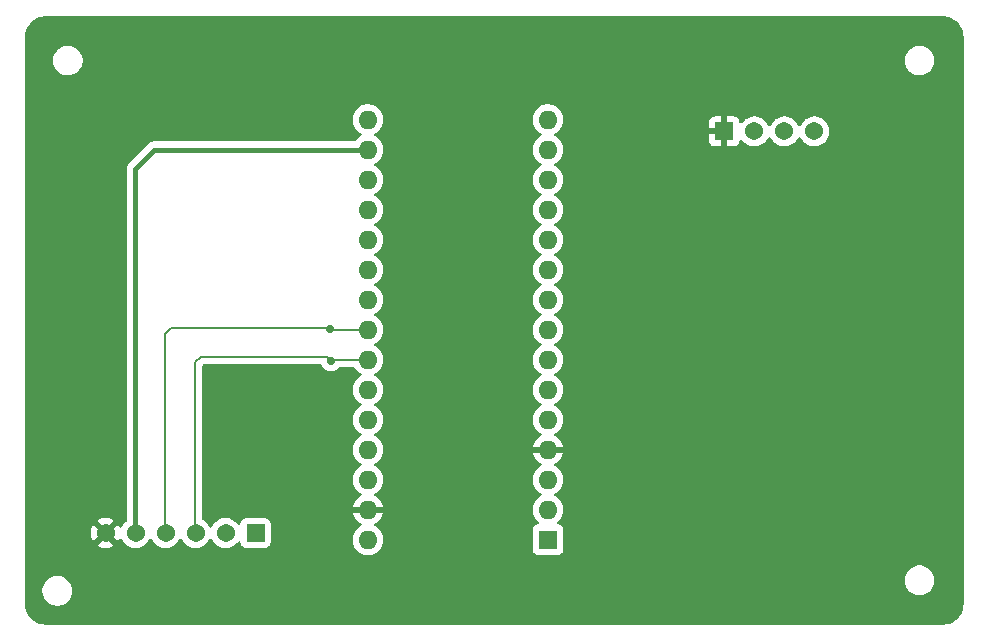
<source format=gtl>
G04 #@! TF.GenerationSoftware,KiCad,Pcbnew,9.0.2*
G04 #@! TF.CreationDate,2025-07-10T23:05:19-07:00*
G04 #@! TF.ProjectId,Digi-Clock,44696769-2d43-46c6-9f63-6b2e6b696361,rev?*
G04 #@! TF.SameCoordinates,Original*
G04 #@! TF.FileFunction,Copper,L1,Top*
G04 #@! TF.FilePolarity,Positive*
%FSLAX46Y46*%
G04 Gerber Fmt 4.6, Leading zero omitted, Abs format (unit mm)*
G04 Created by KiCad (PCBNEW 9.0.2) date 2025-07-10 23:05:19*
%MOMM*%
%LPD*%
G01*
G04 APERTURE LIST*
G04 #@! TA.AperFunction,ComponentPad*
%ADD10R,1.600000X1.600000*%
G04 #@! TD*
G04 #@! TA.AperFunction,ComponentPad*
%ADD11O,1.600000X1.600000*%
G04 #@! TD*
G04 #@! TA.AperFunction,ComponentPad*
%ADD12R,1.540000X1.540000*%
G04 #@! TD*
G04 #@! TA.AperFunction,ComponentPad*
%ADD13C,1.540000*%
G04 #@! TD*
G04 #@! TA.AperFunction,ViaPad*
%ADD14C,0.700000*%
G04 #@! TD*
G04 #@! TA.AperFunction,Conductor*
%ADD15C,0.400000*%
G04 #@! TD*
G04 #@! TA.AperFunction,Conductor*
%ADD16C,0.200000*%
G04 #@! TD*
G04 APERTURE END LIST*
D10*
X169545000Y-97560000D03*
D11*
X169545000Y-95020000D03*
X169545000Y-92480000D03*
X169545000Y-89940000D03*
X169545000Y-87400000D03*
X169545000Y-84860000D03*
X169545000Y-82320000D03*
X169545000Y-79780000D03*
X169545000Y-77240000D03*
X169545000Y-74700000D03*
X169545000Y-72160000D03*
X169545000Y-69620000D03*
X169545000Y-67080000D03*
X169545000Y-64540000D03*
X169545000Y-62000000D03*
X154305000Y-62000000D03*
X154305000Y-64540000D03*
X154305000Y-67080000D03*
X154305000Y-69620000D03*
X154305000Y-72160000D03*
X154305000Y-74700000D03*
X154305000Y-77240000D03*
X154305000Y-79780000D03*
X154305000Y-82320000D03*
X154305000Y-84860000D03*
X154305000Y-87400000D03*
X154305000Y-89940000D03*
X154305000Y-92480000D03*
X154305000Y-95020000D03*
X154305000Y-97560000D03*
D12*
X144790000Y-97000000D03*
D13*
X142250000Y-97000000D03*
X139710000Y-97000000D03*
X137170000Y-97000000D03*
X134630000Y-97000000D03*
X132090000Y-97000000D03*
D12*
X184490000Y-63000000D03*
D13*
X187030000Y-63000000D03*
X189570000Y-63000000D03*
X192110000Y-63000000D03*
D14*
X151180800Y-82448400D03*
X151079200Y-79756000D03*
D15*
X134620000Y-66141600D02*
X134620000Y-96670000D01*
X134620000Y-96670000D02*
X134290000Y-97000000D01*
X136221600Y-64540000D02*
X134620000Y-66141600D01*
X154305000Y-64540000D02*
X136221600Y-64540000D01*
D16*
X154305000Y-82320000D02*
X151309200Y-82320000D01*
X139700000Y-82550000D02*
X139700000Y-96670000D01*
X151180800Y-82448400D02*
X150825200Y-82092800D01*
X151309200Y-82320000D02*
X151180800Y-82448400D01*
X140157200Y-82092800D02*
X139700000Y-82550000D01*
X139700000Y-96670000D02*
X139370000Y-97000000D01*
X150825200Y-82092800D02*
X140157200Y-82092800D01*
X150926800Y-79603600D02*
X137668000Y-79603600D01*
X154305000Y-79780000D02*
X151103200Y-79780000D01*
X137668000Y-79603600D02*
X137160000Y-80111600D01*
X137160000Y-80111600D02*
X137160000Y-96670000D01*
X151103200Y-79780000D02*
X151079200Y-79756000D01*
X151079200Y-79756000D02*
X150926800Y-79603600D01*
X137160000Y-96670000D02*
X136830000Y-97000000D01*
G04 #@! TA.AperFunction,Conductor*
G36*
X203004418Y-53250816D02*
G01*
X203240140Y-53267674D01*
X203257641Y-53270191D01*
X203484229Y-53319482D01*
X203501188Y-53324461D01*
X203638672Y-53375740D01*
X203718462Y-53405501D01*
X203734555Y-53412851D01*
X203938068Y-53523977D01*
X203952951Y-53533542D01*
X204138579Y-53672501D01*
X204151950Y-53684087D01*
X204315912Y-53848049D01*
X204327498Y-53861420D01*
X204466457Y-54047048D01*
X204476022Y-54061931D01*
X204587148Y-54265444D01*
X204594498Y-54281537D01*
X204675535Y-54498803D01*
X204680519Y-54515779D01*
X204729807Y-54742352D01*
X204732325Y-54759864D01*
X204749184Y-54995581D01*
X204749500Y-55004427D01*
X204749500Y-102995572D01*
X204749184Y-103004418D01*
X204732325Y-103240135D01*
X204729807Y-103257647D01*
X204680519Y-103484220D01*
X204675535Y-103501196D01*
X204594498Y-103718462D01*
X204587148Y-103734555D01*
X204476022Y-103938068D01*
X204466457Y-103952951D01*
X204327498Y-104138579D01*
X204315912Y-104151950D01*
X204151950Y-104315912D01*
X204138579Y-104327498D01*
X203952951Y-104466457D01*
X203938068Y-104476022D01*
X203734555Y-104587148D01*
X203718462Y-104594498D01*
X203501196Y-104675535D01*
X203484220Y-104680519D01*
X203257647Y-104729807D01*
X203240135Y-104732325D01*
X203004418Y-104749184D01*
X202995572Y-104749500D01*
X127004428Y-104749500D01*
X126995582Y-104749184D01*
X126759864Y-104732325D01*
X126742352Y-104729807D01*
X126515779Y-104680519D01*
X126498803Y-104675535D01*
X126281537Y-104594498D01*
X126265444Y-104587148D01*
X126061931Y-104476022D01*
X126047048Y-104466457D01*
X125861420Y-104327498D01*
X125848049Y-104315912D01*
X125684087Y-104151950D01*
X125672501Y-104138579D01*
X125533542Y-103952951D01*
X125523977Y-103938068D01*
X125412851Y-103734555D01*
X125405501Y-103718462D01*
X125375740Y-103638672D01*
X125324461Y-103501188D01*
X125319482Y-103484229D01*
X125270191Y-103257641D01*
X125267674Y-103240135D01*
X125261263Y-103150500D01*
X125250816Y-103004418D01*
X125250500Y-102995572D01*
X125250500Y-101801577D01*
X126749500Y-101801577D01*
X126749500Y-101998422D01*
X126780290Y-102192826D01*
X126841117Y-102380029D01*
X126891735Y-102479371D01*
X126930476Y-102555405D01*
X127046172Y-102714646D01*
X127185354Y-102853828D01*
X127344595Y-102969524D01*
X127404408Y-103000000D01*
X127519970Y-103058882D01*
X127519972Y-103058882D01*
X127519975Y-103058884D01*
X127620317Y-103091487D01*
X127707173Y-103119709D01*
X127901578Y-103150500D01*
X127901583Y-103150500D01*
X128098422Y-103150500D01*
X128292826Y-103119709D01*
X128480025Y-103058884D01*
X128655405Y-102969524D01*
X128814646Y-102853828D01*
X128953828Y-102714646D01*
X129069524Y-102555405D01*
X129158884Y-102380025D01*
X129219709Y-102192826D01*
X129239238Y-102069524D01*
X129250500Y-101998422D01*
X129250500Y-101801577D01*
X129219709Y-101607173D01*
X129178397Y-101480029D01*
X129158884Y-101419975D01*
X129158882Y-101419972D01*
X129158882Y-101419970D01*
X129069523Y-101244594D01*
X129065459Y-101239000D01*
X128953828Y-101085354D01*
X128814646Y-100946172D01*
X128753267Y-100901577D01*
X199749500Y-100901577D01*
X199749500Y-101098422D01*
X199780290Y-101292826D01*
X199841117Y-101480029D01*
X199905901Y-101607174D01*
X199930476Y-101655405D01*
X200046172Y-101814646D01*
X200185354Y-101953828D01*
X200344595Y-102069524D01*
X200427455Y-102111743D01*
X200519970Y-102158882D01*
X200519972Y-102158882D01*
X200519975Y-102158884D01*
X200620317Y-102191487D01*
X200707173Y-102219709D01*
X200901578Y-102250500D01*
X200901583Y-102250500D01*
X201098422Y-102250500D01*
X201292826Y-102219709D01*
X201480025Y-102158884D01*
X201655405Y-102069524D01*
X201814646Y-101953828D01*
X201953828Y-101814646D01*
X202069524Y-101655405D01*
X202158884Y-101480025D01*
X202219709Y-101292826D01*
X202231629Y-101217568D01*
X202250500Y-101098422D01*
X202250500Y-100901577D01*
X202219709Y-100707173D01*
X202158882Y-100519970D01*
X202069523Y-100344594D01*
X202024607Y-100282773D01*
X201953828Y-100185354D01*
X201814646Y-100046172D01*
X201655405Y-99930476D01*
X201480029Y-99841117D01*
X201292826Y-99780290D01*
X201098422Y-99749500D01*
X201098417Y-99749500D01*
X200901583Y-99749500D01*
X200901578Y-99749500D01*
X200707173Y-99780290D01*
X200519970Y-99841117D01*
X200344594Y-99930476D01*
X200253741Y-99996485D01*
X200185354Y-100046172D01*
X200185352Y-100046174D01*
X200185351Y-100046174D01*
X200046174Y-100185351D01*
X200046174Y-100185352D01*
X200046172Y-100185354D01*
X199996485Y-100253741D01*
X199930476Y-100344594D01*
X199841117Y-100519970D01*
X199780290Y-100707173D01*
X199749500Y-100901577D01*
X128753267Y-100901577D01*
X128655405Y-100830476D01*
X128480029Y-100741117D01*
X128292826Y-100680290D01*
X128098422Y-100649500D01*
X128098417Y-100649500D01*
X127901583Y-100649500D01*
X127901578Y-100649500D01*
X127707173Y-100680290D01*
X127519970Y-100741117D01*
X127344594Y-100830476D01*
X127253741Y-100896485D01*
X127185354Y-100946172D01*
X127185352Y-100946174D01*
X127185351Y-100946174D01*
X127046174Y-101085351D01*
X127046174Y-101085352D01*
X127046172Y-101085354D01*
X126996485Y-101153741D01*
X126930476Y-101244594D01*
X126841117Y-101419970D01*
X126780290Y-101607173D01*
X126749500Y-101801577D01*
X125250500Y-101801577D01*
X125250500Y-96900049D01*
X130820000Y-96900049D01*
X130820000Y-97099950D01*
X130851272Y-97297393D01*
X130913043Y-97487508D01*
X131003798Y-97665623D01*
X131003799Y-97665625D01*
X131032001Y-97704443D01*
X131032002Y-97704443D01*
X131690000Y-97046445D01*
X131690000Y-97052661D01*
X131717259Y-97154394D01*
X131769920Y-97245606D01*
X131844394Y-97320080D01*
X131935606Y-97372741D01*
X132037339Y-97400000D01*
X132043553Y-97400000D01*
X131385555Y-98057995D01*
X131385555Y-98057996D01*
X131424378Y-98086202D01*
X131602491Y-98176956D01*
X131792606Y-98238727D01*
X131990050Y-98270000D01*
X132189950Y-98270000D01*
X132387393Y-98238727D01*
X132577508Y-98176956D01*
X132755617Y-98086204D01*
X132755630Y-98086196D01*
X132794443Y-98057997D01*
X132794444Y-98057996D01*
X132136447Y-97400000D01*
X132142661Y-97400000D01*
X132244394Y-97372741D01*
X132335606Y-97320080D01*
X132410080Y-97245606D01*
X132462741Y-97154394D01*
X132490000Y-97052661D01*
X132490000Y-97046448D01*
X133147996Y-97704444D01*
X133147997Y-97704443D01*
X133176196Y-97665630D01*
X133176204Y-97665617D01*
X133249234Y-97522290D01*
X133297209Y-97471494D01*
X133365030Y-97454699D01*
X133431165Y-97477236D01*
X133470204Y-97522290D01*
X133543371Y-97665887D01*
X133660917Y-97827675D01*
X133802325Y-97969083D01*
X133964113Y-98086629D01*
X134141388Y-98176956D01*
X134142299Y-98177420D01*
X134237393Y-98208317D01*
X134332490Y-98239216D01*
X134530009Y-98270500D01*
X134530010Y-98270500D01*
X134729990Y-98270500D01*
X134729991Y-98270500D01*
X134927510Y-98239216D01*
X135117703Y-98177419D01*
X135295887Y-98086629D01*
X135457675Y-97969083D01*
X135599083Y-97827675D01*
X135716629Y-97665887D01*
X135789515Y-97522840D01*
X135837490Y-97472045D01*
X135905311Y-97455250D01*
X135971446Y-97477788D01*
X136010484Y-97522840D01*
X136083371Y-97665887D01*
X136200917Y-97827675D01*
X136342325Y-97969083D01*
X136504113Y-98086629D01*
X136681388Y-98176956D01*
X136682299Y-98177420D01*
X136777393Y-98208317D01*
X136872490Y-98239216D01*
X137070009Y-98270500D01*
X137070010Y-98270500D01*
X137269990Y-98270500D01*
X137269991Y-98270500D01*
X137467510Y-98239216D01*
X137657703Y-98177419D01*
X137835887Y-98086629D01*
X137997675Y-97969083D01*
X138139083Y-97827675D01*
X138256629Y-97665887D01*
X138329515Y-97522840D01*
X138377490Y-97472045D01*
X138445311Y-97455250D01*
X138511446Y-97477788D01*
X138550484Y-97522840D01*
X138623371Y-97665887D01*
X138740917Y-97827675D01*
X138882325Y-97969083D01*
X139044113Y-98086629D01*
X139221388Y-98176956D01*
X139222299Y-98177420D01*
X139317393Y-98208317D01*
X139412490Y-98239216D01*
X139610009Y-98270500D01*
X139610010Y-98270500D01*
X139809990Y-98270500D01*
X139809991Y-98270500D01*
X140007510Y-98239216D01*
X140197703Y-98177419D01*
X140375887Y-98086629D01*
X140537675Y-97969083D01*
X140679083Y-97827675D01*
X140796629Y-97665887D01*
X140869515Y-97522840D01*
X140917490Y-97472045D01*
X140985311Y-97455250D01*
X141051446Y-97477788D01*
X141090484Y-97522840D01*
X141163371Y-97665887D01*
X141280917Y-97827675D01*
X141422325Y-97969083D01*
X141584113Y-98086629D01*
X141761388Y-98176956D01*
X141762299Y-98177420D01*
X141857393Y-98208317D01*
X141952490Y-98239216D01*
X142150009Y-98270500D01*
X142150010Y-98270500D01*
X142349990Y-98270500D01*
X142349991Y-98270500D01*
X142547510Y-98239216D01*
X142737703Y-98177419D01*
X142915887Y-98086629D01*
X143077675Y-97969083D01*
X143219083Y-97827675D01*
X143295183Y-97722931D01*
X143350511Y-97680267D01*
X143420125Y-97674288D01*
X143481920Y-97706893D01*
X143516277Y-97767732D01*
X143519500Y-97795813D01*
X143519500Y-97817867D01*
X143519501Y-97817876D01*
X143525908Y-97877483D01*
X143576202Y-98012328D01*
X143576206Y-98012335D01*
X143662452Y-98127544D01*
X143662455Y-98127547D01*
X143777664Y-98213793D01*
X143777671Y-98213797D01*
X143912517Y-98264091D01*
X143912516Y-98264091D01*
X143919444Y-98264835D01*
X143972127Y-98270500D01*
X145607872Y-98270499D01*
X145667483Y-98264091D01*
X145802331Y-98213796D01*
X145917546Y-98127546D01*
X146003796Y-98012331D01*
X146054091Y-97877483D01*
X146060500Y-97817873D01*
X146060499Y-97000000D01*
X146060499Y-96182129D01*
X146060498Y-96182123D01*
X146060497Y-96182116D01*
X146054091Y-96122517D01*
X146022691Y-96038330D01*
X146003797Y-95987671D01*
X146003793Y-95987664D01*
X145917547Y-95872455D01*
X145917544Y-95872452D01*
X145802335Y-95786206D01*
X145802328Y-95786202D01*
X145667482Y-95735908D01*
X145667483Y-95735908D01*
X145607883Y-95729501D01*
X145607881Y-95729500D01*
X145607873Y-95729500D01*
X145607864Y-95729500D01*
X143972129Y-95729500D01*
X143972123Y-95729501D01*
X143912516Y-95735908D01*
X143777671Y-95786202D01*
X143777664Y-95786206D01*
X143662455Y-95872452D01*
X143662452Y-95872455D01*
X143576206Y-95987664D01*
X143576202Y-95987671D01*
X143525908Y-96122517D01*
X143521527Y-96163273D01*
X143519501Y-96182123D01*
X143519500Y-96182135D01*
X143519500Y-96204180D01*
X143499815Y-96271219D01*
X143447011Y-96316974D01*
X143377853Y-96326918D01*
X143314297Y-96297893D01*
X143295182Y-96277066D01*
X143282419Y-96259500D01*
X143219083Y-96172325D01*
X143077675Y-96030917D01*
X142915887Y-95913371D01*
X142840500Y-95874959D01*
X142737700Y-95822579D01*
X142547511Y-95760784D01*
X142448750Y-95745142D01*
X142349991Y-95729500D01*
X142150009Y-95729500D01*
X142084169Y-95739928D01*
X141952488Y-95760784D01*
X141762299Y-95822579D01*
X141584112Y-95913371D01*
X141508389Y-95968388D01*
X141422325Y-96030917D01*
X141422323Y-96030919D01*
X141422322Y-96030919D01*
X141280919Y-96172322D01*
X141280919Y-96172323D01*
X141280917Y-96172325D01*
X141273795Y-96182128D01*
X141163367Y-96334117D01*
X141090484Y-96477158D01*
X141042510Y-96527954D01*
X140974689Y-96544749D01*
X140908554Y-96522211D01*
X140869516Y-96477158D01*
X140796632Y-96334117D01*
X140783616Y-96316202D01*
X140679083Y-96172325D01*
X140537675Y-96030917D01*
X140399575Y-95930581D01*
X140375883Y-95913368D01*
X140368198Y-95909452D01*
X140317405Y-95861475D01*
X140300500Y-95798971D01*
X140300500Y-82850097D01*
X140309144Y-82820656D01*
X140315668Y-82790670D01*
X140319422Y-82785654D01*
X140320185Y-82783058D01*
X140336819Y-82762416D01*
X140369616Y-82729619D01*
X140430939Y-82696134D01*
X140457297Y-82693300D01*
X150278812Y-82693300D01*
X150345851Y-82712985D01*
X150391606Y-82765789D01*
X150393373Y-82769847D01*
X150427095Y-82851260D01*
X150520173Y-82990562D01*
X150638637Y-83109026D01*
X150725721Y-83167213D01*
X150777937Y-83202103D01*
X150932718Y-83266216D01*
X151097028Y-83298899D01*
X151097032Y-83298900D01*
X151097033Y-83298900D01*
X151264568Y-83298900D01*
X151264569Y-83298899D01*
X151428882Y-83266216D01*
X151583663Y-83202103D01*
X151722962Y-83109026D01*
X151841426Y-82990562D01*
X151843001Y-82988205D01*
X151851419Y-82975608D01*
X151905032Y-82930803D01*
X151954520Y-82920500D01*
X153075398Y-82920500D01*
X153142437Y-82940185D01*
X153185883Y-82988205D01*
X153192715Y-83001614D01*
X153313028Y-83167213D01*
X153457786Y-83311971D01*
X153612749Y-83424556D01*
X153623390Y-83432287D01*
X153714840Y-83478883D01*
X153716080Y-83479515D01*
X153766876Y-83527490D01*
X153783671Y-83595311D01*
X153761134Y-83661446D01*
X153716080Y-83700485D01*
X153623386Y-83747715D01*
X153457786Y-83868028D01*
X153313028Y-84012786D01*
X153192715Y-84178386D01*
X153099781Y-84360776D01*
X153036522Y-84555465D01*
X153004500Y-84757648D01*
X153004500Y-84962351D01*
X153036522Y-85164534D01*
X153099781Y-85359223D01*
X153192715Y-85541613D01*
X153313028Y-85707213D01*
X153457786Y-85851971D01*
X153612749Y-85964556D01*
X153623390Y-85972287D01*
X153714840Y-86018883D01*
X153716080Y-86019515D01*
X153766876Y-86067490D01*
X153783671Y-86135311D01*
X153761134Y-86201446D01*
X153716080Y-86240485D01*
X153623386Y-86287715D01*
X153457786Y-86408028D01*
X153313028Y-86552786D01*
X153192715Y-86718386D01*
X153099781Y-86900776D01*
X153036522Y-87095465D01*
X153004500Y-87297648D01*
X153004500Y-87502351D01*
X153036522Y-87704534D01*
X153099781Y-87899223D01*
X153192715Y-88081613D01*
X153313028Y-88247213D01*
X153457786Y-88391971D01*
X153612749Y-88504556D01*
X153623390Y-88512287D01*
X153714840Y-88558883D01*
X153716080Y-88559515D01*
X153766876Y-88607490D01*
X153783671Y-88675311D01*
X153761134Y-88741446D01*
X153716080Y-88780485D01*
X153623386Y-88827715D01*
X153457786Y-88948028D01*
X153313028Y-89092786D01*
X153192715Y-89258386D01*
X153099781Y-89440776D01*
X153036522Y-89635465D01*
X153004500Y-89837648D01*
X153004500Y-90042351D01*
X153036522Y-90244534D01*
X153099781Y-90439223D01*
X153192715Y-90621613D01*
X153313028Y-90787213D01*
X153457786Y-90931971D01*
X153612749Y-91044556D01*
X153623390Y-91052287D01*
X153714840Y-91098883D01*
X153716080Y-91099515D01*
X153766876Y-91147490D01*
X153783671Y-91215311D01*
X153761134Y-91281446D01*
X153716080Y-91320485D01*
X153623386Y-91367715D01*
X153457786Y-91488028D01*
X153313028Y-91632786D01*
X153192715Y-91798386D01*
X153099781Y-91980776D01*
X153036522Y-92175465D01*
X153004500Y-92377648D01*
X153004500Y-92582351D01*
X153036522Y-92784534D01*
X153099781Y-92979223D01*
X153192715Y-93161613D01*
X153313028Y-93327213D01*
X153457786Y-93471971D01*
X153612749Y-93584556D01*
X153623390Y-93592287D01*
X153695424Y-93628990D01*
X153716629Y-93639795D01*
X153767425Y-93687770D01*
X153784220Y-93755591D01*
X153761682Y-93821726D01*
X153716629Y-93860765D01*
X153623650Y-93908140D01*
X153458105Y-94028417D01*
X153458104Y-94028417D01*
X153313417Y-94173104D01*
X153313417Y-94173105D01*
X153193140Y-94338650D01*
X153100244Y-94520970D01*
X153037009Y-94715586D01*
X153028391Y-94770000D01*
X153871988Y-94770000D01*
X153839075Y-94827007D01*
X153805000Y-94954174D01*
X153805000Y-95085826D01*
X153839075Y-95212993D01*
X153871988Y-95270000D01*
X153028391Y-95270000D01*
X153037009Y-95324413D01*
X153100244Y-95519029D01*
X153193140Y-95701349D01*
X153313417Y-95866894D01*
X153313417Y-95866895D01*
X153458104Y-96011582D01*
X153623652Y-96131861D01*
X153716628Y-96179234D01*
X153767425Y-96227208D01*
X153784220Y-96295029D01*
X153761683Y-96361164D01*
X153716630Y-96400203D01*
X153623388Y-96447713D01*
X153457786Y-96568028D01*
X153313028Y-96712786D01*
X153192715Y-96878386D01*
X153099781Y-97060776D01*
X153036522Y-97255465D01*
X153005272Y-97452776D01*
X153004500Y-97457648D01*
X153004500Y-97662352D01*
X153005019Y-97665630D01*
X153036522Y-97864534D01*
X153099781Y-98059223D01*
X153163691Y-98184653D01*
X153191493Y-98239216D01*
X153192715Y-98241613D01*
X153313028Y-98407213D01*
X153457786Y-98551971D01*
X153612749Y-98664556D01*
X153623390Y-98672287D01*
X153712212Y-98717544D01*
X153805776Y-98765218D01*
X153805778Y-98765218D01*
X153805781Y-98765220D01*
X153910137Y-98799127D01*
X154000465Y-98828477D01*
X154101557Y-98844488D01*
X154202648Y-98860500D01*
X154202649Y-98860500D01*
X154407351Y-98860500D01*
X154407352Y-98860500D01*
X154609534Y-98828477D01*
X154804219Y-98765220D01*
X154986610Y-98672287D01*
X155082901Y-98602328D01*
X155152213Y-98551971D01*
X155152215Y-98551968D01*
X155152219Y-98551966D01*
X155296966Y-98407219D01*
X155296968Y-98407215D01*
X155296971Y-98407213D01*
X155396298Y-98270499D01*
X155417287Y-98241610D01*
X155510220Y-98059219D01*
X155573477Y-97864534D01*
X155605500Y-97662352D01*
X155605500Y-97457648D01*
X155573477Y-97255466D01*
X155570273Y-97245606D01*
X155525010Y-97106301D01*
X155510220Y-97060781D01*
X155510218Y-97060778D01*
X155510218Y-97060776D01*
X155452418Y-96947339D01*
X155417287Y-96878390D01*
X155393468Y-96845606D01*
X155296971Y-96712786D01*
X155152213Y-96568028D01*
X154986611Y-96447713D01*
X154893369Y-96400203D01*
X154842574Y-96352229D01*
X154825779Y-96284407D01*
X154848317Y-96218273D01*
X154893371Y-96179234D01*
X154986347Y-96131861D01*
X155151894Y-96011582D01*
X155151895Y-96011582D01*
X155296582Y-95866895D01*
X155296582Y-95866894D01*
X155416859Y-95701349D01*
X155509755Y-95519029D01*
X155572990Y-95324413D01*
X155581609Y-95270000D01*
X154738012Y-95270000D01*
X154770925Y-95212993D01*
X154805000Y-95085826D01*
X154805000Y-94954174D01*
X154770925Y-94827007D01*
X154738012Y-94770000D01*
X155581609Y-94770000D01*
X155572990Y-94715586D01*
X155509755Y-94520970D01*
X155416859Y-94338650D01*
X155296582Y-94173105D01*
X155296582Y-94173104D01*
X155151895Y-94028417D01*
X154986349Y-93908140D01*
X154893370Y-93860765D01*
X154842574Y-93812790D01*
X154825779Y-93744969D01*
X154848316Y-93678835D01*
X154893370Y-93639795D01*
X154893920Y-93639515D01*
X154986610Y-93592287D01*
X155007770Y-93576913D01*
X155152213Y-93471971D01*
X155152215Y-93471968D01*
X155152219Y-93471966D01*
X155296966Y-93327219D01*
X155296968Y-93327215D01*
X155296971Y-93327213D01*
X155349732Y-93254590D01*
X155417287Y-93161610D01*
X155510220Y-92979219D01*
X155573477Y-92784534D01*
X155605500Y-92582352D01*
X155605500Y-92377648D01*
X155573477Y-92175466D01*
X155510220Y-91980781D01*
X155510218Y-91980778D01*
X155510218Y-91980776D01*
X155476503Y-91914607D01*
X155417287Y-91798390D01*
X155409556Y-91787749D01*
X155296971Y-91632786D01*
X155152213Y-91488028D01*
X154986614Y-91367715D01*
X154980006Y-91364348D01*
X154893917Y-91320483D01*
X154843123Y-91272511D01*
X154826328Y-91204690D01*
X154848865Y-91138555D01*
X154893917Y-91099516D01*
X154986610Y-91052287D01*
X155007770Y-91036913D01*
X155152213Y-90931971D01*
X155152215Y-90931968D01*
X155152219Y-90931966D01*
X155296966Y-90787219D01*
X155296968Y-90787215D01*
X155296971Y-90787213D01*
X155349732Y-90714590D01*
X155417287Y-90621610D01*
X155510220Y-90439219D01*
X155573477Y-90244534D01*
X155605500Y-90042352D01*
X155605500Y-89837648D01*
X155591144Y-89747007D01*
X155573477Y-89635465D01*
X155510218Y-89440776D01*
X155417419Y-89258650D01*
X155417287Y-89258390D01*
X155409556Y-89247749D01*
X155296971Y-89092786D01*
X155152213Y-88948028D01*
X154986614Y-88827715D01*
X154980006Y-88824348D01*
X154893917Y-88780483D01*
X154843123Y-88732511D01*
X154826328Y-88664690D01*
X154848865Y-88598555D01*
X154893917Y-88559516D01*
X154986610Y-88512287D01*
X155007770Y-88496913D01*
X155152213Y-88391971D01*
X155152215Y-88391968D01*
X155152219Y-88391966D01*
X155296966Y-88247219D01*
X155296968Y-88247215D01*
X155296971Y-88247213D01*
X155349732Y-88174590D01*
X155417287Y-88081610D01*
X155510220Y-87899219D01*
X155573477Y-87704534D01*
X155605500Y-87502352D01*
X155605500Y-87297648D01*
X155573477Y-87095466D01*
X155510220Y-86900781D01*
X155510218Y-86900778D01*
X155510218Y-86900776D01*
X155476503Y-86834607D01*
X155417287Y-86718390D01*
X155409556Y-86707749D01*
X155296971Y-86552786D01*
X155152213Y-86408028D01*
X154986614Y-86287715D01*
X154980006Y-86284348D01*
X154893917Y-86240483D01*
X154843123Y-86192511D01*
X154826328Y-86124690D01*
X154848865Y-86058555D01*
X154893917Y-86019516D01*
X154986610Y-85972287D01*
X155007770Y-85956913D01*
X155152213Y-85851971D01*
X155152215Y-85851968D01*
X155152219Y-85851966D01*
X155296966Y-85707219D01*
X155296968Y-85707215D01*
X155296971Y-85707213D01*
X155349732Y-85634590D01*
X155417287Y-85541610D01*
X155510220Y-85359219D01*
X155573477Y-85164534D01*
X155605500Y-84962352D01*
X155605500Y-84757648D01*
X155573477Y-84555466D01*
X155510220Y-84360781D01*
X155510218Y-84360778D01*
X155510218Y-84360776D01*
X155476503Y-84294607D01*
X155417287Y-84178390D01*
X155409556Y-84167749D01*
X155296971Y-84012786D01*
X155152213Y-83868028D01*
X154986614Y-83747715D01*
X154980006Y-83744348D01*
X154893917Y-83700483D01*
X154843123Y-83652511D01*
X154826328Y-83584690D01*
X154848865Y-83518555D01*
X154893917Y-83479516D01*
X154986610Y-83432287D01*
X155007770Y-83416913D01*
X155152213Y-83311971D01*
X155152215Y-83311968D01*
X155152219Y-83311966D01*
X155296966Y-83167219D01*
X155296968Y-83167215D01*
X155296971Y-83167213D01*
X155349732Y-83094590D01*
X155417287Y-83001610D01*
X155510220Y-82819219D01*
X155573477Y-82624534D01*
X155605500Y-82422352D01*
X155605500Y-82217648D01*
X155573477Y-82015466D01*
X155510220Y-81820781D01*
X155510218Y-81820778D01*
X155510218Y-81820776D01*
X155460950Y-81724084D01*
X155417287Y-81638390D01*
X155398317Y-81612280D01*
X155296971Y-81472786D01*
X155152213Y-81328028D01*
X154986614Y-81207715D01*
X154980006Y-81204348D01*
X154893917Y-81160483D01*
X154843123Y-81112511D01*
X154826328Y-81044690D01*
X154848865Y-80978555D01*
X154893917Y-80939516D01*
X154986610Y-80892287D01*
X155007770Y-80876913D01*
X155152213Y-80771971D01*
X155152215Y-80771968D01*
X155152219Y-80771966D01*
X155296966Y-80627219D01*
X155296968Y-80627215D01*
X155296971Y-80627213D01*
X155382345Y-80509704D01*
X155417287Y-80461610D01*
X155510220Y-80279219D01*
X155573477Y-80084534D01*
X155605500Y-79882352D01*
X155605500Y-79677648D01*
X155573477Y-79475466D01*
X155510220Y-79280781D01*
X155510218Y-79280778D01*
X155510218Y-79280776D01*
X155476503Y-79214607D01*
X155417287Y-79098390D01*
X155377790Y-79044026D01*
X155296971Y-78932786D01*
X155152213Y-78788028D01*
X154986614Y-78667715D01*
X154980006Y-78664348D01*
X154893917Y-78620483D01*
X154843123Y-78572511D01*
X154826328Y-78504690D01*
X154848865Y-78438555D01*
X154893917Y-78399516D01*
X154986610Y-78352287D01*
X155007770Y-78336913D01*
X155152213Y-78231971D01*
X155152215Y-78231968D01*
X155152219Y-78231966D01*
X155296966Y-78087219D01*
X155296968Y-78087215D01*
X155296971Y-78087213D01*
X155349732Y-78014590D01*
X155417287Y-77921610D01*
X155510220Y-77739219D01*
X155573477Y-77544534D01*
X155605500Y-77342352D01*
X155605500Y-77137648D01*
X155573477Y-76935466D01*
X155510220Y-76740781D01*
X155510218Y-76740778D01*
X155510218Y-76740776D01*
X155476503Y-76674607D01*
X155417287Y-76558390D01*
X155409556Y-76547749D01*
X155296971Y-76392786D01*
X155152213Y-76248028D01*
X154986614Y-76127715D01*
X154980006Y-76124348D01*
X154893917Y-76080483D01*
X154843123Y-76032511D01*
X154826328Y-75964690D01*
X154848865Y-75898555D01*
X154893917Y-75859516D01*
X154986610Y-75812287D01*
X155007770Y-75796913D01*
X155152213Y-75691971D01*
X155152215Y-75691968D01*
X155152219Y-75691966D01*
X155296966Y-75547219D01*
X155296968Y-75547215D01*
X155296971Y-75547213D01*
X155349732Y-75474590D01*
X155417287Y-75381610D01*
X155510220Y-75199219D01*
X155573477Y-75004534D01*
X155605500Y-74802352D01*
X155605500Y-74597648D01*
X155573477Y-74395466D01*
X155510220Y-74200781D01*
X155510218Y-74200778D01*
X155510218Y-74200776D01*
X155476503Y-74134607D01*
X155417287Y-74018390D01*
X155409556Y-74007749D01*
X155296971Y-73852786D01*
X155152213Y-73708028D01*
X154986614Y-73587715D01*
X154980006Y-73584348D01*
X154893917Y-73540483D01*
X154843123Y-73492511D01*
X154826328Y-73424690D01*
X154848865Y-73358555D01*
X154893917Y-73319516D01*
X154986610Y-73272287D01*
X155007770Y-73256913D01*
X155152213Y-73151971D01*
X155152215Y-73151968D01*
X155152219Y-73151966D01*
X155296966Y-73007219D01*
X155296968Y-73007215D01*
X155296971Y-73007213D01*
X155349732Y-72934590D01*
X155417287Y-72841610D01*
X155510220Y-72659219D01*
X155573477Y-72464534D01*
X155605500Y-72262352D01*
X155605500Y-72057648D01*
X155573477Y-71855466D01*
X155510220Y-71660781D01*
X155510218Y-71660778D01*
X155510218Y-71660776D01*
X155476503Y-71594607D01*
X155417287Y-71478390D01*
X155409556Y-71467749D01*
X155296971Y-71312786D01*
X155152213Y-71168028D01*
X154986614Y-71047715D01*
X154980006Y-71044348D01*
X154893917Y-71000483D01*
X154843123Y-70952511D01*
X154826328Y-70884690D01*
X154848865Y-70818555D01*
X154893917Y-70779516D01*
X154986610Y-70732287D01*
X155007770Y-70716913D01*
X155152213Y-70611971D01*
X155152215Y-70611968D01*
X155152219Y-70611966D01*
X155296966Y-70467219D01*
X155296968Y-70467215D01*
X155296971Y-70467213D01*
X155349732Y-70394590D01*
X155417287Y-70301610D01*
X155510220Y-70119219D01*
X155573477Y-69924534D01*
X155605500Y-69722352D01*
X155605500Y-69517648D01*
X155573477Y-69315466D01*
X155510220Y-69120781D01*
X155510218Y-69120778D01*
X155510218Y-69120776D01*
X155476503Y-69054607D01*
X155417287Y-68938390D01*
X155409556Y-68927749D01*
X155296971Y-68772786D01*
X155152213Y-68628028D01*
X154986614Y-68507715D01*
X154980006Y-68504348D01*
X154893917Y-68460483D01*
X154843123Y-68412511D01*
X154826328Y-68344690D01*
X154848865Y-68278555D01*
X154893917Y-68239516D01*
X154986610Y-68192287D01*
X155007770Y-68176913D01*
X155152213Y-68071971D01*
X155152215Y-68071968D01*
X155152219Y-68071966D01*
X155296966Y-67927219D01*
X155296968Y-67927215D01*
X155296971Y-67927213D01*
X155349732Y-67854590D01*
X155417287Y-67761610D01*
X155510220Y-67579219D01*
X155573477Y-67384534D01*
X155605500Y-67182352D01*
X155605500Y-66977648D01*
X155573477Y-66775466D01*
X155510220Y-66580781D01*
X155510218Y-66580778D01*
X155510218Y-66580776D01*
X155460458Y-66483118D01*
X155417287Y-66398390D01*
X155409556Y-66387749D01*
X155296971Y-66232786D01*
X155152213Y-66088028D01*
X154986614Y-65967715D01*
X154980006Y-65964348D01*
X154893917Y-65920483D01*
X154843123Y-65872511D01*
X154826328Y-65804690D01*
X154848865Y-65738555D01*
X154893917Y-65699516D01*
X154986610Y-65652287D01*
X155007770Y-65636913D01*
X155152213Y-65531971D01*
X155152215Y-65531968D01*
X155152219Y-65531966D01*
X155296966Y-65387219D01*
X155296968Y-65387215D01*
X155296971Y-65387213D01*
X155366425Y-65291616D01*
X155417287Y-65221610D01*
X155510220Y-65039219D01*
X155573477Y-64844534D01*
X155605500Y-64642352D01*
X155605500Y-64437648D01*
X155577933Y-64263598D01*
X155573477Y-64235465D01*
X155525117Y-64086629D01*
X155510220Y-64040781D01*
X155510218Y-64040778D01*
X155510218Y-64040776D01*
X155432523Y-63888293D01*
X155417287Y-63858390D01*
X155394972Y-63827676D01*
X155296971Y-63692786D01*
X155152213Y-63548028D01*
X154986614Y-63427715D01*
X154932220Y-63400000D01*
X154893917Y-63380483D01*
X154843123Y-63332511D01*
X154826328Y-63264690D01*
X154848865Y-63198555D01*
X154893917Y-63159516D01*
X154986610Y-63112287D01*
X155068679Y-63052661D01*
X155152213Y-62991971D01*
X155152215Y-62991968D01*
X155152219Y-62991966D01*
X155296966Y-62847219D01*
X155296968Y-62847215D01*
X155296971Y-62847213D01*
X155367599Y-62750000D01*
X155417287Y-62681610D01*
X155510220Y-62499219D01*
X155573477Y-62304534D01*
X155605500Y-62102352D01*
X155605500Y-61897648D01*
X168244500Y-61897648D01*
X168244500Y-62102351D01*
X168276522Y-62304534D01*
X168339781Y-62499223D01*
X168432715Y-62681613D01*
X168553028Y-62847213D01*
X168697786Y-62991971D01*
X168838068Y-63093890D01*
X168863390Y-63112287D01*
X168946030Y-63154394D01*
X168956080Y-63159515D01*
X169006876Y-63207490D01*
X169023671Y-63275311D01*
X169001134Y-63341446D01*
X168956080Y-63380485D01*
X168863386Y-63427715D01*
X168697786Y-63548028D01*
X168553028Y-63692786D01*
X168432715Y-63858386D01*
X168339781Y-64040776D01*
X168276522Y-64235465D01*
X168244500Y-64437648D01*
X168244500Y-64642351D01*
X168276522Y-64844534D01*
X168339781Y-65039223D01*
X168432715Y-65221613D01*
X168553028Y-65387213D01*
X168697786Y-65531971D01*
X168852749Y-65644556D01*
X168863390Y-65652287D01*
X168947319Y-65695051D01*
X168956080Y-65699515D01*
X169006876Y-65747490D01*
X169023671Y-65815311D01*
X169001134Y-65881446D01*
X168956080Y-65920485D01*
X168863386Y-65967715D01*
X168697786Y-66088028D01*
X168553028Y-66232786D01*
X168432715Y-66398386D01*
X168339781Y-66580776D01*
X168276522Y-66775465D01*
X168244500Y-66977648D01*
X168244500Y-67182351D01*
X168276522Y-67384534D01*
X168339781Y-67579223D01*
X168432715Y-67761613D01*
X168553028Y-67927213D01*
X168697786Y-68071971D01*
X168852749Y-68184556D01*
X168863390Y-68192287D01*
X168954840Y-68238883D01*
X168956080Y-68239515D01*
X169006876Y-68287490D01*
X169023671Y-68355311D01*
X169001134Y-68421446D01*
X168956080Y-68460485D01*
X168863386Y-68507715D01*
X168697786Y-68628028D01*
X168553028Y-68772786D01*
X168432715Y-68938386D01*
X168339781Y-69120776D01*
X168276522Y-69315465D01*
X168244500Y-69517648D01*
X168244500Y-69722351D01*
X168276522Y-69924534D01*
X168339781Y-70119223D01*
X168432715Y-70301613D01*
X168553028Y-70467213D01*
X168697786Y-70611971D01*
X168852749Y-70724556D01*
X168863390Y-70732287D01*
X168954840Y-70778883D01*
X168956080Y-70779515D01*
X169006876Y-70827490D01*
X169023671Y-70895311D01*
X169001134Y-70961446D01*
X168956080Y-71000485D01*
X168863386Y-71047715D01*
X168697786Y-71168028D01*
X168553028Y-71312786D01*
X168432715Y-71478386D01*
X168339781Y-71660776D01*
X168276522Y-71855465D01*
X168244500Y-72057648D01*
X168244500Y-72262351D01*
X168276522Y-72464534D01*
X168339781Y-72659223D01*
X168432715Y-72841613D01*
X168553028Y-73007213D01*
X168697786Y-73151971D01*
X168852749Y-73264556D01*
X168863390Y-73272287D01*
X168954840Y-73318883D01*
X168956080Y-73319515D01*
X169006876Y-73367490D01*
X169023671Y-73435311D01*
X169001134Y-73501446D01*
X168956080Y-73540485D01*
X168863386Y-73587715D01*
X168697786Y-73708028D01*
X168553028Y-73852786D01*
X168432715Y-74018386D01*
X168339781Y-74200776D01*
X168276522Y-74395465D01*
X168244500Y-74597648D01*
X168244500Y-74802351D01*
X168276522Y-75004534D01*
X168339781Y-75199223D01*
X168432715Y-75381613D01*
X168553028Y-75547213D01*
X168697786Y-75691971D01*
X168852749Y-75804556D01*
X168863390Y-75812287D01*
X168954840Y-75858883D01*
X168956080Y-75859515D01*
X169006876Y-75907490D01*
X169023671Y-75975311D01*
X169001134Y-76041446D01*
X168956080Y-76080485D01*
X168863386Y-76127715D01*
X168697786Y-76248028D01*
X168553028Y-76392786D01*
X168432715Y-76558386D01*
X168339781Y-76740776D01*
X168276522Y-76935465D01*
X168244500Y-77137648D01*
X168244500Y-77342351D01*
X168276522Y-77544534D01*
X168339781Y-77739223D01*
X168432715Y-77921613D01*
X168553028Y-78087213D01*
X168697786Y-78231971D01*
X168852749Y-78344556D01*
X168863390Y-78352287D01*
X168954840Y-78398883D01*
X168956080Y-78399515D01*
X169006876Y-78447490D01*
X169023671Y-78515311D01*
X169001134Y-78581446D01*
X168956080Y-78620485D01*
X168863386Y-78667715D01*
X168697786Y-78788028D01*
X168553028Y-78932786D01*
X168432715Y-79098386D01*
X168339781Y-79280776D01*
X168276522Y-79475465D01*
X168244500Y-79677648D01*
X168244500Y-79882351D01*
X168276522Y-80084534D01*
X168339781Y-80279223D01*
X168391385Y-80380500D01*
X168409792Y-80416626D01*
X168432715Y-80461613D01*
X168553028Y-80627213D01*
X168697786Y-80771971D01*
X168852749Y-80884556D01*
X168863390Y-80892287D01*
X168954840Y-80938883D01*
X168956080Y-80939515D01*
X169006876Y-80987490D01*
X169023671Y-81055311D01*
X169001134Y-81121446D01*
X168956080Y-81160485D01*
X168863386Y-81207715D01*
X168697786Y-81328028D01*
X168553028Y-81472786D01*
X168432715Y-81638386D01*
X168339781Y-81820776D01*
X168276522Y-82015465D01*
X168244500Y-82217648D01*
X168244500Y-82422351D01*
X168276522Y-82624534D01*
X168339781Y-82819223D01*
X168391385Y-82920500D01*
X168427085Y-82990565D01*
X168432715Y-83001613D01*
X168553028Y-83167213D01*
X168697786Y-83311971D01*
X168852749Y-83424556D01*
X168863390Y-83432287D01*
X168954840Y-83478883D01*
X168956080Y-83479515D01*
X169006876Y-83527490D01*
X169023671Y-83595311D01*
X169001134Y-83661446D01*
X168956080Y-83700485D01*
X168863386Y-83747715D01*
X168697786Y-83868028D01*
X168553028Y-84012786D01*
X168432715Y-84178386D01*
X168339781Y-84360776D01*
X168276522Y-84555465D01*
X168244500Y-84757648D01*
X168244500Y-84962351D01*
X168276522Y-85164534D01*
X168339781Y-85359223D01*
X168432715Y-85541613D01*
X168553028Y-85707213D01*
X168697786Y-85851971D01*
X168852749Y-85964556D01*
X168863390Y-85972287D01*
X168954840Y-86018883D01*
X168956080Y-86019515D01*
X169006876Y-86067490D01*
X169023671Y-86135311D01*
X169001134Y-86201446D01*
X168956080Y-86240485D01*
X168863386Y-86287715D01*
X168697786Y-86408028D01*
X168553028Y-86552786D01*
X168432715Y-86718386D01*
X168339781Y-86900776D01*
X168276522Y-87095465D01*
X168244500Y-87297648D01*
X168244500Y-87502351D01*
X168276522Y-87704534D01*
X168339781Y-87899223D01*
X168432715Y-88081613D01*
X168553028Y-88247213D01*
X168697786Y-88391971D01*
X168852749Y-88504556D01*
X168863390Y-88512287D01*
X168935424Y-88548990D01*
X168956629Y-88559795D01*
X169007425Y-88607770D01*
X169024220Y-88675591D01*
X169001682Y-88741726D01*
X168956629Y-88780765D01*
X168863650Y-88828140D01*
X168698105Y-88948417D01*
X168698104Y-88948417D01*
X168553417Y-89093104D01*
X168553417Y-89093105D01*
X168433140Y-89258650D01*
X168340244Y-89440970D01*
X168277009Y-89635586D01*
X168268391Y-89690000D01*
X169111988Y-89690000D01*
X169079075Y-89747007D01*
X169045000Y-89874174D01*
X169045000Y-90005826D01*
X169079075Y-90132993D01*
X169111988Y-90190000D01*
X168268391Y-90190000D01*
X168277009Y-90244413D01*
X168340244Y-90439029D01*
X168433140Y-90621349D01*
X168553417Y-90786894D01*
X168553417Y-90786895D01*
X168698104Y-90931582D01*
X168863652Y-91051861D01*
X168956628Y-91099234D01*
X169007425Y-91147208D01*
X169024220Y-91215029D01*
X169001683Y-91281164D01*
X168956630Y-91320203D01*
X168863388Y-91367713D01*
X168697786Y-91488028D01*
X168553028Y-91632786D01*
X168432715Y-91798386D01*
X168339781Y-91980776D01*
X168276522Y-92175465D01*
X168244500Y-92377648D01*
X168244500Y-92582351D01*
X168276522Y-92784534D01*
X168339781Y-92979223D01*
X168432715Y-93161613D01*
X168553028Y-93327213D01*
X168697786Y-93471971D01*
X168852749Y-93584556D01*
X168863390Y-93592287D01*
X168954840Y-93638883D01*
X168956080Y-93639515D01*
X169006876Y-93687490D01*
X169023671Y-93755311D01*
X169001134Y-93821446D01*
X168956080Y-93860485D01*
X168863386Y-93907715D01*
X168697786Y-94028028D01*
X168553028Y-94172786D01*
X168432715Y-94338386D01*
X168339781Y-94520776D01*
X168276522Y-94715465D01*
X168244500Y-94917648D01*
X168244500Y-95122351D01*
X168276522Y-95324534D01*
X168339781Y-95519223D01*
X168432715Y-95701613D01*
X168553028Y-95867213D01*
X168697784Y-96011969D01*
X168734068Y-96038330D01*
X168776735Y-96093659D01*
X168782715Y-96163273D01*
X168750109Y-96225068D01*
X168689271Y-96259426D01*
X168674440Y-96261938D01*
X168637519Y-96265907D01*
X168502671Y-96316202D01*
X168502664Y-96316206D01*
X168387455Y-96402452D01*
X168387452Y-96402455D01*
X168301206Y-96517664D01*
X168301202Y-96517671D01*
X168250908Y-96652517D01*
X168244501Y-96712116D01*
X168244501Y-96712123D01*
X168244500Y-96712135D01*
X168244500Y-98407870D01*
X168244501Y-98407876D01*
X168250908Y-98467483D01*
X168301202Y-98602328D01*
X168301206Y-98602335D01*
X168387452Y-98717544D01*
X168387455Y-98717547D01*
X168502664Y-98803793D01*
X168502671Y-98803797D01*
X168637517Y-98854091D01*
X168637516Y-98854091D01*
X168644444Y-98854835D01*
X168697127Y-98860500D01*
X170392872Y-98860499D01*
X170452483Y-98854091D01*
X170587331Y-98803796D01*
X170702546Y-98717546D01*
X170788796Y-98602331D01*
X170839091Y-98467483D01*
X170845500Y-98407873D01*
X170845499Y-96712128D01*
X170839091Y-96652517D01*
X170829670Y-96627259D01*
X170788797Y-96517671D01*
X170788793Y-96517664D01*
X170702547Y-96402455D01*
X170702544Y-96402452D01*
X170587335Y-96316206D01*
X170587328Y-96316202D01*
X170452482Y-96265908D01*
X170452483Y-96265908D01*
X170415560Y-96261939D01*
X170351009Y-96235201D01*
X170311160Y-96177809D01*
X170308667Y-96107984D01*
X170344319Y-96047895D01*
X170355930Y-96038331D01*
X170392219Y-96011966D01*
X170536966Y-95867219D01*
X170536968Y-95867215D01*
X170536971Y-95867213D01*
X170614295Y-95760784D01*
X170657287Y-95701610D01*
X170750220Y-95519219D01*
X170813477Y-95324534D01*
X170845500Y-95122352D01*
X170845500Y-94917648D01*
X170831144Y-94827007D01*
X170813477Y-94715465D01*
X170750218Y-94520776D01*
X170657419Y-94338650D01*
X170657287Y-94338390D01*
X170649556Y-94327749D01*
X170536971Y-94172786D01*
X170392213Y-94028028D01*
X170226614Y-93907715D01*
X170220006Y-93904348D01*
X170133917Y-93860483D01*
X170083123Y-93812511D01*
X170066328Y-93744690D01*
X170088865Y-93678555D01*
X170133917Y-93639516D01*
X170226610Y-93592287D01*
X170247770Y-93576913D01*
X170392213Y-93471971D01*
X170392215Y-93471968D01*
X170392219Y-93471966D01*
X170536966Y-93327219D01*
X170536968Y-93327215D01*
X170536971Y-93327213D01*
X170589732Y-93254590D01*
X170657287Y-93161610D01*
X170750220Y-92979219D01*
X170813477Y-92784534D01*
X170845500Y-92582352D01*
X170845500Y-92377648D01*
X170813477Y-92175466D01*
X170750220Y-91980781D01*
X170750218Y-91980778D01*
X170750218Y-91980776D01*
X170716503Y-91914607D01*
X170657287Y-91798390D01*
X170649556Y-91787749D01*
X170536971Y-91632786D01*
X170392213Y-91488028D01*
X170226611Y-91367713D01*
X170133369Y-91320203D01*
X170082574Y-91272229D01*
X170065779Y-91204407D01*
X170088317Y-91138273D01*
X170133371Y-91099234D01*
X170226347Y-91051861D01*
X170391894Y-90931582D01*
X170391895Y-90931582D01*
X170536582Y-90786895D01*
X170536582Y-90786894D01*
X170656859Y-90621349D01*
X170749755Y-90439029D01*
X170812990Y-90244413D01*
X170821609Y-90190000D01*
X169978012Y-90190000D01*
X170010925Y-90132993D01*
X170045000Y-90005826D01*
X170045000Y-89874174D01*
X170010925Y-89747007D01*
X169978012Y-89690000D01*
X170821609Y-89690000D01*
X170812990Y-89635586D01*
X170749755Y-89440970D01*
X170656859Y-89258650D01*
X170536582Y-89093105D01*
X170536582Y-89093104D01*
X170391895Y-88948417D01*
X170226349Y-88828140D01*
X170133370Y-88780765D01*
X170082574Y-88732790D01*
X170065779Y-88664969D01*
X170088316Y-88598835D01*
X170133370Y-88559795D01*
X170133920Y-88559515D01*
X170226610Y-88512287D01*
X170247770Y-88496913D01*
X170392213Y-88391971D01*
X170392215Y-88391968D01*
X170392219Y-88391966D01*
X170536966Y-88247219D01*
X170536968Y-88247215D01*
X170536971Y-88247213D01*
X170589732Y-88174590D01*
X170657287Y-88081610D01*
X170750220Y-87899219D01*
X170813477Y-87704534D01*
X170845500Y-87502352D01*
X170845500Y-87297648D01*
X170813477Y-87095466D01*
X170750220Y-86900781D01*
X170750218Y-86900778D01*
X170750218Y-86900776D01*
X170716503Y-86834607D01*
X170657287Y-86718390D01*
X170649556Y-86707749D01*
X170536971Y-86552786D01*
X170392213Y-86408028D01*
X170226614Y-86287715D01*
X170220006Y-86284348D01*
X170133917Y-86240483D01*
X170083123Y-86192511D01*
X170066328Y-86124690D01*
X170088865Y-86058555D01*
X170133917Y-86019516D01*
X170226610Y-85972287D01*
X170247770Y-85956913D01*
X170392213Y-85851971D01*
X170392215Y-85851968D01*
X170392219Y-85851966D01*
X170536966Y-85707219D01*
X170536968Y-85707215D01*
X170536971Y-85707213D01*
X170589732Y-85634590D01*
X170657287Y-85541610D01*
X170750220Y-85359219D01*
X170813477Y-85164534D01*
X170845500Y-84962352D01*
X170845500Y-84757648D01*
X170813477Y-84555466D01*
X170750220Y-84360781D01*
X170750218Y-84360778D01*
X170750218Y-84360776D01*
X170716503Y-84294607D01*
X170657287Y-84178390D01*
X170649556Y-84167749D01*
X170536971Y-84012786D01*
X170392213Y-83868028D01*
X170226614Y-83747715D01*
X170220006Y-83744348D01*
X170133917Y-83700483D01*
X170083123Y-83652511D01*
X170066328Y-83584690D01*
X170088865Y-83518555D01*
X170133917Y-83479516D01*
X170226610Y-83432287D01*
X170247770Y-83416913D01*
X170392213Y-83311971D01*
X170392215Y-83311968D01*
X170392219Y-83311966D01*
X170536966Y-83167219D01*
X170536968Y-83167215D01*
X170536971Y-83167213D01*
X170589732Y-83094590D01*
X170657287Y-83001610D01*
X170750220Y-82819219D01*
X170813477Y-82624534D01*
X170845500Y-82422352D01*
X170845500Y-82217648D01*
X170813477Y-82015466D01*
X170750220Y-81820781D01*
X170750218Y-81820778D01*
X170750218Y-81820776D01*
X170700950Y-81724084D01*
X170657287Y-81638390D01*
X170638317Y-81612280D01*
X170536971Y-81472786D01*
X170392213Y-81328028D01*
X170226614Y-81207715D01*
X170220006Y-81204348D01*
X170133917Y-81160483D01*
X170083123Y-81112511D01*
X170066328Y-81044690D01*
X170088865Y-80978555D01*
X170133917Y-80939516D01*
X170226610Y-80892287D01*
X170247770Y-80876913D01*
X170392213Y-80771971D01*
X170392215Y-80771968D01*
X170392219Y-80771966D01*
X170536966Y-80627219D01*
X170536968Y-80627215D01*
X170536971Y-80627213D01*
X170622345Y-80509704D01*
X170657287Y-80461610D01*
X170750220Y-80279219D01*
X170813477Y-80084534D01*
X170845500Y-79882352D01*
X170845500Y-79677648D01*
X170813477Y-79475466D01*
X170750220Y-79280781D01*
X170750218Y-79280778D01*
X170750218Y-79280776D01*
X170716503Y-79214607D01*
X170657287Y-79098390D01*
X170617790Y-79044026D01*
X170536971Y-78932786D01*
X170392213Y-78788028D01*
X170226614Y-78667715D01*
X170220006Y-78664348D01*
X170133917Y-78620483D01*
X170083123Y-78572511D01*
X170066328Y-78504690D01*
X170088865Y-78438555D01*
X170133917Y-78399516D01*
X170226610Y-78352287D01*
X170247770Y-78336913D01*
X170392213Y-78231971D01*
X170392215Y-78231968D01*
X170392219Y-78231966D01*
X170536966Y-78087219D01*
X170536968Y-78087215D01*
X170536971Y-78087213D01*
X170589732Y-78014590D01*
X170657287Y-77921610D01*
X170750220Y-77739219D01*
X170813477Y-77544534D01*
X170845500Y-77342352D01*
X170845500Y-77137648D01*
X170813477Y-76935466D01*
X170750220Y-76740781D01*
X170750218Y-76740778D01*
X170750218Y-76740776D01*
X170716503Y-76674607D01*
X170657287Y-76558390D01*
X170649556Y-76547749D01*
X170536971Y-76392786D01*
X170392213Y-76248028D01*
X170226614Y-76127715D01*
X170220006Y-76124348D01*
X170133917Y-76080483D01*
X170083123Y-76032511D01*
X170066328Y-75964690D01*
X170088865Y-75898555D01*
X170133917Y-75859516D01*
X170226610Y-75812287D01*
X170247770Y-75796913D01*
X170392213Y-75691971D01*
X170392215Y-75691968D01*
X170392219Y-75691966D01*
X170536966Y-75547219D01*
X170536968Y-75547215D01*
X170536971Y-75547213D01*
X170589732Y-75474590D01*
X170657287Y-75381610D01*
X170750220Y-75199219D01*
X170813477Y-75004534D01*
X170845500Y-74802352D01*
X170845500Y-74597648D01*
X170813477Y-74395466D01*
X170750220Y-74200781D01*
X170750218Y-74200778D01*
X170750218Y-74200776D01*
X170716503Y-74134607D01*
X170657287Y-74018390D01*
X170649556Y-74007749D01*
X170536971Y-73852786D01*
X170392213Y-73708028D01*
X170226614Y-73587715D01*
X170220006Y-73584348D01*
X170133917Y-73540483D01*
X170083123Y-73492511D01*
X170066328Y-73424690D01*
X170088865Y-73358555D01*
X170133917Y-73319516D01*
X170226610Y-73272287D01*
X170247770Y-73256913D01*
X170392213Y-73151971D01*
X170392215Y-73151968D01*
X170392219Y-73151966D01*
X170536966Y-73007219D01*
X170536968Y-73007215D01*
X170536971Y-73007213D01*
X170589732Y-72934590D01*
X170657287Y-72841610D01*
X170750220Y-72659219D01*
X170813477Y-72464534D01*
X170845500Y-72262352D01*
X170845500Y-72057648D01*
X170813477Y-71855466D01*
X170750220Y-71660781D01*
X170750218Y-71660778D01*
X170750218Y-71660776D01*
X170716503Y-71594607D01*
X170657287Y-71478390D01*
X170649556Y-71467749D01*
X170536971Y-71312786D01*
X170392213Y-71168028D01*
X170226614Y-71047715D01*
X170220006Y-71044348D01*
X170133917Y-71000483D01*
X170083123Y-70952511D01*
X170066328Y-70884690D01*
X170088865Y-70818555D01*
X170133917Y-70779516D01*
X170226610Y-70732287D01*
X170247770Y-70716913D01*
X170392213Y-70611971D01*
X170392215Y-70611968D01*
X170392219Y-70611966D01*
X170536966Y-70467219D01*
X170536968Y-70467215D01*
X170536971Y-70467213D01*
X170589732Y-70394590D01*
X170657287Y-70301610D01*
X170750220Y-70119219D01*
X170813477Y-69924534D01*
X170845500Y-69722352D01*
X170845500Y-69517648D01*
X170813477Y-69315466D01*
X170750220Y-69120781D01*
X170750218Y-69120778D01*
X170750218Y-69120776D01*
X170716503Y-69054607D01*
X170657287Y-68938390D01*
X170649556Y-68927749D01*
X170536971Y-68772786D01*
X170392213Y-68628028D01*
X170226614Y-68507715D01*
X170220006Y-68504348D01*
X170133917Y-68460483D01*
X170083123Y-68412511D01*
X170066328Y-68344690D01*
X170088865Y-68278555D01*
X170133917Y-68239516D01*
X170226610Y-68192287D01*
X170247770Y-68176913D01*
X170392213Y-68071971D01*
X170392215Y-68071968D01*
X170392219Y-68071966D01*
X170536966Y-67927219D01*
X170536968Y-67927215D01*
X170536971Y-67927213D01*
X170589732Y-67854590D01*
X170657287Y-67761610D01*
X170750220Y-67579219D01*
X170813477Y-67384534D01*
X170845500Y-67182352D01*
X170845500Y-66977648D01*
X170813477Y-66775466D01*
X170750220Y-66580781D01*
X170750218Y-66580778D01*
X170750218Y-66580776D01*
X170700458Y-66483118D01*
X170657287Y-66398390D01*
X170649556Y-66387749D01*
X170536971Y-66232786D01*
X170392213Y-66088028D01*
X170226614Y-65967715D01*
X170220006Y-65964348D01*
X170133917Y-65920483D01*
X170083123Y-65872511D01*
X170066328Y-65804690D01*
X170088865Y-65738555D01*
X170133917Y-65699516D01*
X170226610Y-65652287D01*
X170247770Y-65636913D01*
X170392213Y-65531971D01*
X170392215Y-65531968D01*
X170392219Y-65531966D01*
X170536966Y-65387219D01*
X170536968Y-65387215D01*
X170536971Y-65387213D01*
X170606425Y-65291616D01*
X170657287Y-65221610D01*
X170750220Y-65039219D01*
X170813477Y-64844534D01*
X170845500Y-64642352D01*
X170845500Y-64437648D01*
X170817933Y-64263598D01*
X170813477Y-64235465D01*
X170765117Y-64086629D01*
X170750220Y-64040781D01*
X170750218Y-64040778D01*
X170750218Y-64040776D01*
X170672523Y-63888293D01*
X170657287Y-63858390D01*
X170634972Y-63827676D01*
X170536971Y-63692786D01*
X170392213Y-63548028D01*
X170226614Y-63427715D01*
X170172220Y-63400000D01*
X170133917Y-63380483D01*
X170126368Y-63373354D01*
X170116612Y-63369794D01*
X170101402Y-63349775D01*
X170083123Y-63332511D01*
X170080626Y-63322428D01*
X170074344Y-63314160D01*
X170072371Y-63289095D01*
X170066328Y-63264690D01*
X170069677Y-63254859D01*
X170068863Y-63244505D01*
X170080755Y-63222352D01*
X170088865Y-63198555D01*
X170097876Y-63190461D01*
X170101911Y-63182945D01*
X170125324Y-63165806D01*
X170130014Y-63161594D01*
X170131952Y-63160517D01*
X170226610Y-63112287D01*
X170308679Y-63052661D01*
X170392213Y-62991971D01*
X170392215Y-62991968D01*
X170392219Y-62991966D01*
X170536966Y-62847219D01*
X170536968Y-62847215D01*
X170536971Y-62847213D01*
X170607599Y-62750000D01*
X170657287Y-62681610D01*
X170750220Y-62499219D01*
X170813477Y-62304534D01*
X170817719Y-62277754D01*
X170832860Y-62182155D01*
X183220000Y-62182155D01*
X183220000Y-62750000D01*
X184174314Y-62750000D01*
X184169920Y-62754394D01*
X184117259Y-62845606D01*
X184090000Y-62947339D01*
X184090000Y-63052661D01*
X184117259Y-63154394D01*
X184169920Y-63245606D01*
X184174314Y-63250000D01*
X183220000Y-63250000D01*
X183220000Y-63817844D01*
X183226401Y-63877372D01*
X183226403Y-63877379D01*
X183276645Y-64012086D01*
X183276649Y-64012093D01*
X183362809Y-64127187D01*
X183362812Y-64127190D01*
X183477906Y-64213350D01*
X183477913Y-64213354D01*
X183612620Y-64263596D01*
X183612627Y-64263598D01*
X183672155Y-64269999D01*
X183672172Y-64270000D01*
X184240000Y-64270000D01*
X184240000Y-63315686D01*
X184244394Y-63320080D01*
X184335606Y-63372741D01*
X184437339Y-63400000D01*
X184542661Y-63400000D01*
X184644394Y-63372741D01*
X184735606Y-63320080D01*
X184740000Y-63315686D01*
X184740000Y-64270000D01*
X185307828Y-64270000D01*
X185307844Y-64269999D01*
X185367372Y-64263598D01*
X185367379Y-64263596D01*
X185502086Y-64213354D01*
X185502093Y-64213350D01*
X185617187Y-64127190D01*
X185617190Y-64127187D01*
X185703350Y-64012093D01*
X185703354Y-64012086D01*
X185753596Y-63877379D01*
X185753598Y-63877372D01*
X185759999Y-63817844D01*
X185760000Y-63817827D01*
X185760000Y-63795131D01*
X185779685Y-63728092D01*
X185832489Y-63682337D01*
X185901647Y-63672393D01*
X185965203Y-63701418D01*
X185984315Y-63722242D01*
X186060917Y-63827675D01*
X186202325Y-63969083D01*
X186364113Y-64086629D01*
X186443712Y-64127187D01*
X186542299Y-64177420D01*
X186637393Y-64208317D01*
X186732490Y-64239216D01*
X186930009Y-64270500D01*
X186930010Y-64270500D01*
X187129990Y-64270500D01*
X187129991Y-64270500D01*
X187327510Y-64239216D01*
X187517703Y-64177419D01*
X187695887Y-64086629D01*
X187857675Y-63969083D01*
X187999083Y-63827675D01*
X188116629Y-63665887D01*
X188189515Y-63522840D01*
X188237490Y-63472045D01*
X188305311Y-63455250D01*
X188371446Y-63477788D01*
X188410484Y-63522840D01*
X188483371Y-63665887D01*
X188600917Y-63827675D01*
X188742325Y-63969083D01*
X188904113Y-64086629D01*
X188983712Y-64127187D01*
X189082299Y-64177420D01*
X189177393Y-64208317D01*
X189272490Y-64239216D01*
X189470009Y-64270500D01*
X189470010Y-64270500D01*
X189669990Y-64270500D01*
X189669991Y-64270500D01*
X189867510Y-64239216D01*
X190057703Y-64177419D01*
X190235887Y-64086629D01*
X190397675Y-63969083D01*
X190539083Y-63827675D01*
X190656629Y-63665887D01*
X190729515Y-63522840D01*
X190777490Y-63472045D01*
X190845311Y-63455250D01*
X190911446Y-63477788D01*
X190950484Y-63522840D01*
X191023371Y-63665887D01*
X191140917Y-63827675D01*
X191282325Y-63969083D01*
X191444113Y-64086629D01*
X191523712Y-64127187D01*
X191622299Y-64177420D01*
X191717393Y-64208317D01*
X191812490Y-64239216D01*
X192010009Y-64270500D01*
X192010010Y-64270500D01*
X192209990Y-64270500D01*
X192209991Y-64270500D01*
X192407510Y-64239216D01*
X192597703Y-64177419D01*
X192775887Y-64086629D01*
X192937675Y-63969083D01*
X193079083Y-63827675D01*
X193196629Y-63665887D01*
X193287419Y-63487703D01*
X193349216Y-63297510D01*
X193380500Y-63099991D01*
X193380500Y-62900009D01*
X193349216Y-62702490D01*
X193297963Y-62544749D01*
X193287420Y-62512299D01*
X193196628Y-62334112D01*
X193079083Y-62172325D01*
X192937675Y-62030917D01*
X192775887Y-61913371D01*
X192745029Y-61897648D01*
X192597700Y-61822579D01*
X192407511Y-61760784D01*
X192308750Y-61745142D01*
X192209991Y-61729500D01*
X192010009Y-61729500D01*
X191944169Y-61739928D01*
X191812488Y-61760784D01*
X191622299Y-61822579D01*
X191444112Y-61913371D01*
X191351806Y-61980435D01*
X191282325Y-62030917D01*
X191282323Y-62030919D01*
X191282322Y-62030919D01*
X191140919Y-62172322D01*
X191140919Y-62172323D01*
X191140917Y-62172325D01*
X191133763Y-62182172D01*
X191023367Y-62334117D01*
X190950484Y-62477158D01*
X190902510Y-62527954D01*
X190834689Y-62544749D01*
X190768554Y-62522211D01*
X190729516Y-62477158D01*
X190656632Y-62334117D01*
X190646680Y-62320419D01*
X190539083Y-62172325D01*
X190397675Y-62030917D01*
X190235887Y-61913371D01*
X190205029Y-61897648D01*
X190057700Y-61822579D01*
X189867511Y-61760784D01*
X189768750Y-61745142D01*
X189669991Y-61729500D01*
X189470009Y-61729500D01*
X189404169Y-61739928D01*
X189272488Y-61760784D01*
X189082299Y-61822579D01*
X188904112Y-61913371D01*
X188811806Y-61980435D01*
X188742325Y-62030917D01*
X188742323Y-62030919D01*
X188742322Y-62030919D01*
X188600919Y-62172322D01*
X188600919Y-62172323D01*
X188600917Y-62172325D01*
X188593763Y-62182172D01*
X188483367Y-62334117D01*
X188410484Y-62477158D01*
X188362510Y-62527954D01*
X188294689Y-62544749D01*
X188228554Y-62522211D01*
X188189516Y-62477158D01*
X188116632Y-62334117D01*
X188106680Y-62320419D01*
X187999083Y-62172325D01*
X187857675Y-62030917D01*
X187695887Y-61913371D01*
X187665029Y-61897648D01*
X187517700Y-61822579D01*
X187327511Y-61760784D01*
X187228750Y-61745142D01*
X187129991Y-61729500D01*
X186930009Y-61729500D01*
X186864169Y-61739928D01*
X186732488Y-61760784D01*
X186542299Y-61822579D01*
X186364112Y-61913371D01*
X186271806Y-61980435D01*
X186202325Y-62030917D01*
X186202323Y-62030919D01*
X186202322Y-62030919D01*
X186060918Y-62172323D01*
X185984318Y-62277754D01*
X185928987Y-62320419D01*
X185859374Y-62326398D01*
X185797579Y-62293792D01*
X185763222Y-62232953D01*
X185760000Y-62204868D01*
X185760000Y-62182172D01*
X185759999Y-62182155D01*
X185753598Y-62122627D01*
X185753596Y-62122620D01*
X185703354Y-61987913D01*
X185703350Y-61987906D01*
X185617190Y-61872812D01*
X185617187Y-61872809D01*
X185502093Y-61786649D01*
X185502086Y-61786645D01*
X185367379Y-61736403D01*
X185367372Y-61736401D01*
X185307844Y-61730000D01*
X184740000Y-61730000D01*
X184740000Y-62684314D01*
X184735606Y-62679920D01*
X184644394Y-62627259D01*
X184542661Y-62600000D01*
X184437339Y-62600000D01*
X184335606Y-62627259D01*
X184244394Y-62679920D01*
X184240000Y-62684314D01*
X184240000Y-61730000D01*
X183672155Y-61730000D01*
X183612627Y-61736401D01*
X183612620Y-61736403D01*
X183477913Y-61786645D01*
X183477906Y-61786649D01*
X183362812Y-61872809D01*
X183362809Y-61872812D01*
X183276649Y-61987906D01*
X183276645Y-61987913D01*
X183226403Y-62122620D01*
X183226401Y-62122627D01*
X183220000Y-62182155D01*
X170832860Y-62182155D01*
X170836456Y-62159453D01*
X170845500Y-62102351D01*
X170845500Y-61897648D01*
X170813477Y-61695465D01*
X170750218Y-61500776D01*
X170716503Y-61434607D01*
X170657287Y-61318390D01*
X170649556Y-61307749D01*
X170536971Y-61152786D01*
X170392213Y-61008028D01*
X170226613Y-60887715D01*
X170226612Y-60887714D01*
X170226610Y-60887713D01*
X170169653Y-60858691D01*
X170044223Y-60794781D01*
X169849534Y-60731522D01*
X169674995Y-60703878D01*
X169647352Y-60699500D01*
X169442648Y-60699500D01*
X169418329Y-60703351D01*
X169240465Y-60731522D01*
X169045776Y-60794781D01*
X168863386Y-60887715D01*
X168697786Y-61008028D01*
X168553028Y-61152786D01*
X168432715Y-61318386D01*
X168339781Y-61500776D01*
X168276522Y-61695465D01*
X168244500Y-61897648D01*
X155605500Y-61897648D01*
X155573477Y-61695466D01*
X155510220Y-61500781D01*
X155510218Y-61500778D01*
X155510218Y-61500776D01*
X155476503Y-61434607D01*
X155417287Y-61318390D01*
X155409556Y-61307749D01*
X155296971Y-61152786D01*
X155152213Y-61008028D01*
X154986613Y-60887715D01*
X154986612Y-60887714D01*
X154986610Y-60887713D01*
X154929653Y-60858691D01*
X154804223Y-60794781D01*
X154609534Y-60731522D01*
X154434995Y-60703878D01*
X154407352Y-60699500D01*
X154202648Y-60699500D01*
X154178329Y-60703351D01*
X154000465Y-60731522D01*
X153805776Y-60794781D01*
X153623386Y-60887715D01*
X153457786Y-61008028D01*
X153313028Y-61152786D01*
X153192715Y-61318386D01*
X153099781Y-61500776D01*
X153036522Y-61695465D01*
X153004500Y-61897648D01*
X153004500Y-62102351D01*
X153036522Y-62304534D01*
X153099781Y-62499223D01*
X153192715Y-62681613D01*
X153313028Y-62847213D01*
X153457786Y-62991971D01*
X153598068Y-63093890D01*
X153623390Y-63112287D01*
X153706030Y-63154394D01*
X153716080Y-63159515D01*
X153766876Y-63207490D01*
X153783671Y-63275311D01*
X153761134Y-63341446D01*
X153716080Y-63380485D01*
X153623386Y-63427715D01*
X153457786Y-63548028D01*
X153313030Y-63692784D01*
X153243575Y-63788384D01*
X153188245Y-63831051D01*
X153143256Y-63839500D01*
X136152603Y-63839500D01*
X136044190Y-63861065D01*
X136044189Y-63861065D01*
X136030731Y-63863742D01*
X136017273Y-63866419D01*
X136017271Y-63866420D01*
X135964466Y-63888292D01*
X135964464Y-63888293D01*
X135964463Y-63888292D01*
X135889791Y-63919223D01*
X135815172Y-63969083D01*
X135815171Y-63969084D01*
X135775054Y-63995888D01*
X135775053Y-63995889D01*
X134075890Y-65695051D01*
X134075887Y-65695054D01*
X134000114Y-65808458D01*
X134000109Y-65808465D01*
X133999226Y-65809785D01*
X133999223Y-65809791D01*
X133946421Y-65937267D01*
X133946418Y-65937277D01*
X133919500Y-66072604D01*
X133919500Y-95882602D01*
X133899815Y-95949641D01*
X133868387Y-95982919D01*
X133802325Y-96030916D01*
X133660919Y-96172322D01*
X133660919Y-96172323D01*
X133660917Y-96172325D01*
X133653795Y-96182128D01*
X133543369Y-96334114D01*
X133470203Y-96477710D01*
X133422229Y-96528505D01*
X133354408Y-96545300D01*
X133288273Y-96522762D01*
X133249234Y-96477709D01*
X133176202Y-96334379D01*
X133147996Y-96295555D01*
X133147995Y-96295555D01*
X132490000Y-96953551D01*
X132490000Y-96947339D01*
X132462741Y-96845606D01*
X132410080Y-96754394D01*
X132335606Y-96679920D01*
X132244394Y-96627259D01*
X132142661Y-96600000D01*
X132136445Y-96600000D01*
X132794443Y-95942002D01*
X132794443Y-95942001D01*
X132755625Y-95913799D01*
X132755623Y-95913798D01*
X132577508Y-95823043D01*
X132387393Y-95761272D01*
X132189950Y-95730000D01*
X131990050Y-95730000D01*
X131792606Y-95761272D01*
X131602491Y-95823043D01*
X131424372Y-95913800D01*
X131385555Y-95942001D01*
X131385555Y-95942002D01*
X132043553Y-96600000D01*
X132037339Y-96600000D01*
X131935606Y-96627259D01*
X131844394Y-96679920D01*
X131769920Y-96754394D01*
X131717259Y-96845606D01*
X131690000Y-96947339D01*
X131690000Y-96953553D01*
X131032002Y-96295555D01*
X131032001Y-96295555D01*
X131003800Y-96334372D01*
X130913043Y-96512491D01*
X130851272Y-96702606D01*
X130820000Y-96900049D01*
X125250500Y-96900049D01*
X125250500Y-56901577D01*
X127649500Y-56901577D01*
X127649500Y-57098422D01*
X127680290Y-57292826D01*
X127741117Y-57480029D01*
X127791735Y-57579371D01*
X127830476Y-57655405D01*
X127946172Y-57814646D01*
X128085354Y-57953828D01*
X128244595Y-58069524D01*
X128327455Y-58111743D01*
X128419970Y-58158882D01*
X128419972Y-58158882D01*
X128419975Y-58158884D01*
X128520317Y-58191487D01*
X128607173Y-58219709D01*
X128801578Y-58250500D01*
X128801583Y-58250500D01*
X128998422Y-58250500D01*
X129192826Y-58219709D01*
X129380025Y-58158884D01*
X129555405Y-58069524D01*
X129714646Y-57953828D01*
X129853828Y-57814646D01*
X129969524Y-57655405D01*
X130058884Y-57480025D01*
X130119709Y-57292826D01*
X130131629Y-57217568D01*
X130150500Y-57098422D01*
X130150500Y-56901577D01*
X199749500Y-56901577D01*
X199749500Y-57098422D01*
X199780290Y-57292826D01*
X199841117Y-57480029D01*
X199891735Y-57579371D01*
X199930476Y-57655405D01*
X200046172Y-57814646D01*
X200185354Y-57953828D01*
X200344595Y-58069524D01*
X200427455Y-58111743D01*
X200519970Y-58158882D01*
X200519972Y-58158882D01*
X200519975Y-58158884D01*
X200620317Y-58191487D01*
X200707173Y-58219709D01*
X200901578Y-58250500D01*
X200901583Y-58250500D01*
X201098422Y-58250500D01*
X201292826Y-58219709D01*
X201480025Y-58158884D01*
X201655405Y-58069524D01*
X201814646Y-57953828D01*
X201953828Y-57814646D01*
X202069524Y-57655405D01*
X202158884Y-57480025D01*
X202219709Y-57292826D01*
X202231629Y-57217568D01*
X202250500Y-57098422D01*
X202250500Y-56901577D01*
X202219709Y-56707173D01*
X202158882Y-56519970D01*
X202069523Y-56344594D01*
X202024607Y-56282773D01*
X201953828Y-56185354D01*
X201814646Y-56046172D01*
X201655405Y-55930476D01*
X201480029Y-55841117D01*
X201292826Y-55780290D01*
X201098422Y-55749500D01*
X201098417Y-55749500D01*
X200901583Y-55749500D01*
X200901578Y-55749500D01*
X200707173Y-55780290D01*
X200519970Y-55841117D01*
X200344594Y-55930476D01*
X200253741Y-55996485D01*
X200185354Y-56046172D01*
X200185352Y-56046174D01*
X200185351Y-56046174D01*
X200046174Y-56185351D01*
X200046174Y-56185352D01*
X200046172Y-56185354D01*
X199996485Y-56253741D01*
X199930476Y-56344594D01*
X199841117Y-56519970D01*
X199780290Y-56707173D01*
X199749500Y-56901577D01*
X130150500Y-56901577D01*
X130119709Y-56707173D01*
X130058882Y-56519970D01*
X129969523Y-56344594D01*
X129924607Y-56282773D01*
X129853828Y-56185354D01*
X129714646Y-56046172D01*
X129555405Y-55930476D01*
X129380029Y-55841117D01*
X129192826Y-55780290D01*
X128998422Y-55749500D01*
X128998417Y-55749500D01*
X128801583Y-55749500D01*
X128801578Y-55749500D01*
X128607173Y-55780290D01*
X128419970Y-55841117D01*
X128244594Y-55930476D01*
X128153741Y-55996485D01*
X128085354Y-56046172D01*
X128085352Y-56046174D01*
X128085351Y-56046174D01*
X127946174Y-56185351D01*
X127946174Y-56185352D01*
X127946172Y-56185354D01*
X127896485Y-56253741D01*
X127830476Y-56344594D01*
X127741117Y-56519970D01*
X127680290Y-56707173D01*
X127649500Y-56901577D01*
X125250500Y-56901577D01*
X125250500Y-55004427D01*
X125250816Y-54995581D01*
X125267674Y-54759864D01*
X125270190Y-54742360D01*
X125319483Y-54515766D01*
X125324460Y-54498815D01*
X125405501Y-54281536D01*
X125412851Y-54265444D01*
X125517017Y-54074678D01*
X125523981Y-54061923D01*
X125533537Y-54047054D01*
X125672506Y-53861413D01*
X125684080Y-53848056D01*
X125848056Y-53684080D01*
X125861413Y-53672506D01*
X126047054Y-53533537D01*
X126061923Y-53523981D01*
X126265444Y-53412850D01*
X126281537Y-53405501D01*
X126498815Y-53324460D01*
X126515766Y-53319483D01*
X126742360Y-53270190D01*
X126759857Y-53267674D01*
X126995582Y-53250816D01*
X127004428Y-53250500D01*
X127044170Y-53250500D01*
X202955830Y-53250500D01*
X202995572Y-53250500D01*
X203004418Y-53250816D01*
G37*
G04 #@! TD.AperFunction*
M02*

</source>
